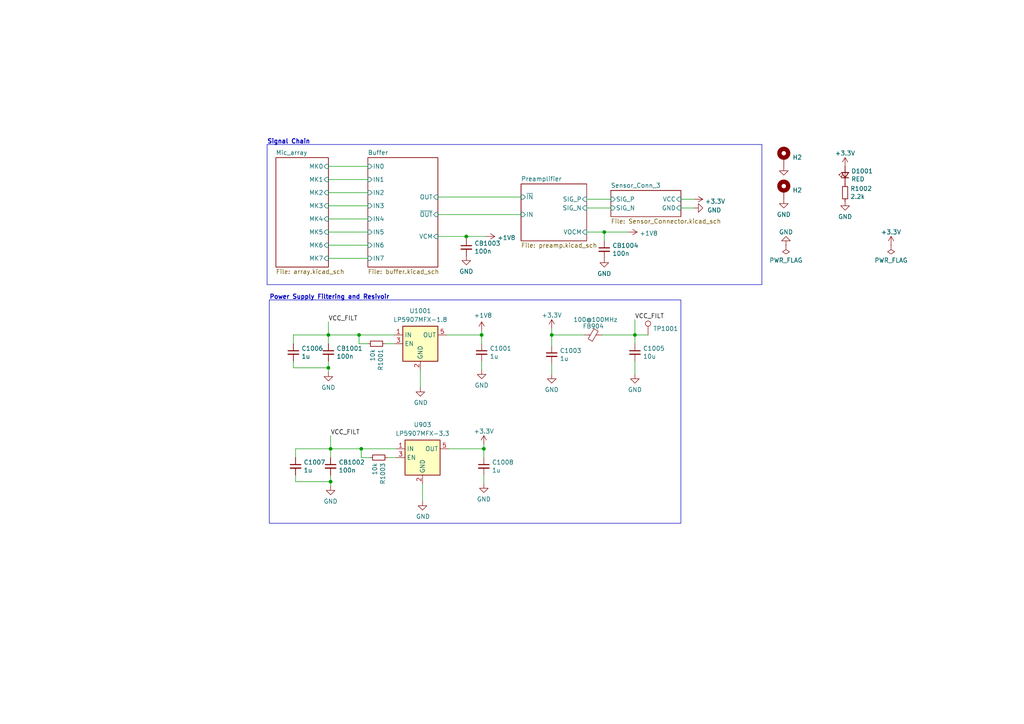
<source format=kicad_sch>
(kicad_sch (version 20230121) (generator eeschema)
  (paper "A4")
  (lib_symbols
    (symbol "Connector:TestPoint" (pin_numbers hide) (pin_names (offset 0.762) hide)
      (property "Reference" "TP" (at 0 6.858 0))
      (property "Value" "TestPoint" (at 0 5.08 0))
      (symbol "TestPoint_0_1"
        (circle (center 0 3.302) (radius 0.762))
      )
      (symbol "TestPoint_1_1"
        (pin passive line (at 0 0 90) (length 2.54) (name "1") (number "1"))
      )
    )
    (symbol "Device:C_Small" (pin_numbers hide) (pin_names (offset 0.254) hide)
      (property "Reference" "C" (at 0.254 1.778 0))
      (property "Value" "C_Small" (at 0.254 -2.032 0))
      (symbol "C_Small_0_1"
        (polyline (pts (xy -1.524 -0.508) (xy 1.524 -0.508)) (stroke (width 0.3302)))
        (polyline (pts (xy -1.524 0.508) (xy 1.524 0.508)) (stroke (width 0.3048)))
      )
      (symbol "C_Small_1_1"
        (pin passive line (at 0 2.54 270) (length 2.032) (name "~") (number "1"))
        (pin passive line (at 0 -2.54 90) (length 2.032) (name "~") (number "2"))
      )
    )
    (symbol "Device:FerriteBead_Small" (pin_numbers hide) (pin_names (offset 0))
      (property "Reference" "FB" (at 1.905 1.27 0))
      (property "Value" "FerriteBead_Small" (at 1.905 -1.27 0))
      (symbol "FerriteBead_Small_0_1"
        (polyline (pts (xy 0 -1.27) (xy 0 -0.7874)))
        (polyline (pts (xy 0 0.889) (xy 0 1.2954)))
        (polyline (pts (xy -1.8288 0.2794) (xy -1.1176 1.4986) (xy 1.8288 -0.2032) (xy 1.1176 -1.4224) (xy -1.8288 0.2794)))
      )
      (symbol "FerriteBead_Small_1_1"
        (pin passive line (at 0 2.54 270) (length 1.27) (name "~") (number "1"))
        (pin passive line (at 0 -2.54 90) (length 1.27) (name "~") (number "2"))
      )
    )
    (symbol "Device:LED_Small" (pin_numbers hide) (pin_names (offset 0.254) hide)
      (property "Reference" "D" (at -1.27 3.175 0))
      (property "Value" "LED_Small" (at -4.445 -2.54 0))
      (symbol "LED_Small_0_1"
        (polyline (pts (xy -0.762 -1.016) (xy -0.762 1.016)) (stroke (width 0.254)))
        (polyline (pts (xy 1.016 0) (xy -0.762 0)))
        (polyline (pts (xy 0.762 -1.016) (xy -0.762 0) (xy 0.762 1.016) (xy 0.762 -1.016)) (stroke (width 0.254)))
        (polyline (pts (xy 0 0.762) (xy -0.508 1.27) (xy -0.254 1.27) (xy -0.508 1.27) (xy -0.508 1.016)))
        (polyline (pts (xy 0.508 1.27) (xy 0 1.778) (xy 0.254 1.778) (xy 0 1.778) (xy 0 1.524)))
      )
      (symbol "LED_Small_1_1"
        (pin passive line (at -2.54 0 0) (length 1.778) (name "K") (number "1"))
        (pin passive line (at 2.54 0 180) (length 1.778) (name "A") (number "2"))
      )
    )
    (symbol "Device:R_Small" (pin_numbers hide) (pin_names (offset 0.254) hide)
      (property "Reference" "R" (at 0.762 0.508 0))
      (property "Value" "R_Small" (at 0.762 -1.016 0))
      (symbol "R_Small_0_1"
        (rectangle (start -0.762 1.778) (end 0.762 -1.778) (stroke (width 0.2032)))
      )
      (symbol "R_Small_1_1"
        (pin passive line (at 0 2.54 270) (length 0.762) (name "~") (number "1"))
        (pin passive line (at 0 -2.54 90) (length 0.762) (name "~") (number "2"))
      )
    )
    (symbol "Mechanical:MountingHole_Pad" (pin_numbers hide) (pin_names (offset 1.016) hide)
      (property "Reference" "H" (at 0 6.35 0))
      (property "Value" "MountingHole_Pad" (at 0 4.445 0))
      (symbol "MountingHole_Pad_0_1"
        (circle (center 0 1.27) (radius 1.27) (stroke (width 1.27)))
      )
      (symbol "MountingHole_Pad_1_1"
        (pin input line (at 0 -2.54 90) (length 2.54) (name "1") (number "1"))
      )
    )
    (symbol "Regulator_Linear:LP5907MFX-1.8"
      (property "Reference" "U" (at -3.81 6.35 0))
      (property "Value" "LP5907MFX-1.8" (at 6.35 6.35 0))
      (symbol "LP5907MFX-1.8_0_1"
        (rectangle (start -5.08 -5.08) (end 5.08 5.08) (stroke (width 0.254)) (fill (type background)))
        (pin power_in line (at -7.62 2.54 0) (length 2.54) (name "IN") (number "1"))
        (pin power_in line (at 0 -7.62 90) (length 2.54) (name "GND") (number "2"))
        (pin input line (at -7.62 0 0) (length 2.54) (name "EN") (number "3"))
        (pin no_connect line (at 5.08 0 180) (length 2.54) hide (name "NC") (number "4"))
        (pin power_out line (at 7.62 2.54 180) (length 2.54) (name "OUT") (number "5"))
      )
    )
    (symbol "Regulator_Linear:LP5907MFX-3.3"
      (property "Reference" "U" (at -3.81 6.35 0))
      (property "Value" "LP5907MFX-3.3" (at 6.35 6.35 0))
      (symbol "LP5907MFX-3.3_0_1"
        (rectangle (start -5.08 -5.08) (end 5.08 5.08) (stroke (width 0.254)) (fill (type background)))
        (pin power_in line (at -7.62 2.54 0) (length 2.54) (name "IN") (number "1"))
        (pin power_in line (at 0 -7.62 90) (length 2.54) (name "GND") (number "2"))
        (pin input line (at -7.62 0 0) (length 2.54) (name "EN") (number "3"))
        (pin no_connect line (at 5.08 0 180) (length 2.54) hide (name "NC") (number "4"))
        (pin power_out line (at 7.62 2.54 180) (length 2.54) (name "OUT") (number "5"))
      )
    )
    (symbol "grootvoet:+3.3V_SENSOR" (power) (pin_names (offset 0))
      (property "Value" "+3.3V_SENSOR" (at 0 3.556 0))
      (symbol "+3.3V_SENSOR_0_1"
        (polyline (pts (xy -0.762 1.27) (xy 0 2.54)))
        (polyline (pts (xy 0 0) (xy 0 2.54)))
        (polyline (pts (xy 0 2.54) (xy 0.762 1.27)))
      )
      (symbol "+3.3V_SENSOR_1_1"
        (pin power_in line (at 0 0 90) (length 0) hide (name "+3.3V") (number "1"))
      )
    )
    (symbol "grootvoet:GND_SENSOR" (power) (pin_names (offset 0))
      (property "Value" "GND_SENSOR" (at 0 -3.81 0))
      (symbol "GND_SENSOR_0_1"
        (polyline (pts (xy 0 0) (xy 0 -1.27) (xy 1.27 -1.27) (xy 0 -2.54) (xy -1.27 -1.27) (xy 0 -1.27)))
      )
      (symbol "GND_SENSOR_1_1"
        (pin power_in line (at 0 0 270) (length 0) hide (name "GND") (number "1"))
      )
    )
    (symbol "grootvoet:VCC_SENSOR" (power) (pin_names (offset 0))
      (property "Value" "VCC_SENSOR" (at 0 3.556 0))
      (symbol "VCC_SENSOR_0_1"
        (polyline (pts (xy -0.762 1.27) (xy 0 2.54)))
        (polyline (pts (xy 0 0) (xy 0 2.54)))
        (polyline (pts (xy 0 2.54) (xy 0.762 1.27)))
      )
      (symbol "VCC_SENSOR_1_1"
        (pin power_in line (at 0 0 90) (length 0) hide (name "+3.3V") (number "1"))
      )
    )
    (symbol "power:+1V8" (power) (pin_names (offset 0))
      (property "Value" "+1V8" (at 0 3.556 0))
      (symbol "+1V8_0_1"
        (polyline (pts (xy -0.762 1.27) (xy 0 2.54)))
        (polyline (pts (xy 0 0) (xy 0 2.54)))
        (polyline (pts (xy 0 2.54) (xy 0.762 1.27)))
      )
      (symbol "+1V8_1_1"
        (pin power_in line (at 0 0 90) (length 0) hide (name "+1V8") (number "1"))
      )
    )
    (symbol "power:GND" (power) (pin_names (offset 0))
      (property "Value" "GND" (at 0 -3.81 0))
      (symbol "GND_0_1"
        (polyline (pts (xy 0 0) (xy 0 -1.27) (xy 1.27 -1.27) (xy 0 -2.54) (xy -1.27 -1.27) (xy 0 -1.27)))
      )
      (symbol "GND_1_1"
        (pin power_in line (at 0 0 270) (length 0) hide (name "GND") (number "1"))
      )
    )
    (symbol "power:PWR_FLAG" (power) (pin_numbers hide) (pin_names (offset 0) hide)
      (property "Value" "PWR_FLAG" (at 0 3.81 0))
      (symbol "PWR_FLAG_0_0"
        (pin power_out line (at 0 0 90) (length 0) (name "pwr") (number "1"))
      )
      (symbol "PWR_FLAG_0_1"
        (polyline (pts (xy 0 0) (xy 0 1.27) (xy -1.016 1.905) (xy 0 2.54) (xy 1.016 1.905) (xy 0 1.27)))
      )
    )
  )
  (junction (at 95.25 97.155))
  (junction (at 95.885 139.7))
  (junction (at 140.335 130.175))
  (junction (at 184.15 97.155))
  (junction (at 175.26 67.31))
  (junction (at 95.885 130.175))
  (junction (at 104.14 97.155))
  (junction (at 135.255 68.58))
  (junction (at 160.02 97.155))
  (junction (at 95.25 106.68))
  (junction (at 104.775 130.175))
  (junction (at 139.7 97.155))
  (wire (pts (xy 135.255 69.215) (xy 135.255 68.58)))
  (wire (pts (xy 174.625 97.155) (xy 184.15 97.155)))
  (wire (pts (xy 95.25 67.31) (xy 106.68 67.31)))
  (wire (pts (xy 127 68.58) (xy 135.255 68.58)))
  (wire (pts (xy 95.25 59.69) (xy 106.68 59.69)))
  (wire (pts (xy 104.775 130.175) (xy 114.935 130.175)))
  (wire (pts (xy 104.775 132.715) (xy 104.775 130.175)))
  (wire (pts (xy 139.7 99.695) (xy 139.7 97.155)))
  (wire (pts (xy 95.25 52.07) (xy 106.68 52.07)))
  (wire (pts (xy 197.485 57.785) (xy 201.295 57.785)))
  (wire (pts (xy 140.335 128.905) (xy 140.335 130.175)))
  (wire (pts (xy 106.68 63.5) (xy 95.25 63.5)))
  (wire (pts (xy 140.335 140.335) (xy 140.335 137.795)))
  (wire (pts (xy 184.15 104.775) (xy 184.15 108.585)))
  (wire (pts (xy 85.09 99.695) (xy 85.09 97.155)))
  (wire (pts (xy 95.25 74.93) (xy 106.68 74.93)))
  (wire (pts (xy 95.25 93.345) (xy 95.25 97.155)))
  (wire (pts (xy 104.14 97.155) (xy 114.3 97.155)))
  (wire (pts (xy 85.725 130.175) (xy 95.885 130.175)))
  (wire (pts (xy 95.885 130.175) (xy 104.775 130.175)))
  (wire (pts (xy 95.25 99.695) (xy 95.25 97.155)))
  (wire (pts (xy 95.25 97.155) (xy 104.14 97.155)))
  (wire (pts (xy 85.09 104.775) (xy 85.09 106.68)))
  (wire (pts (xy 112.395 132.715) (xy 114.935 132.715)))
  (wire (pts (xy 140.335 132.715) (xy 140.335 130.175)))
  (wire (pts (xy 127 57.15) (xy 151.13 57.15)))
  (wire (pts (xy 170.18 60.325) (xy 177.165 60.325)))
  (wire (pts (xy 122.555 140.335) (xy 122.555 145.415)))
  (wire (pts (xy 95.885 126.365) (xy 95.885 130.175)))
  (wire (pts (xy 106.68 99.695) (xy 104.14 99.695)))
  (wire (pts (xy 184.15 97.155) (xy 187.96 97.155)))
  (wire (pts (xy 104.14 99.695) (xy 104.14 97.155)))
  (wire (pts (xy 170.18 57.785) (xy 177.165 57.785)))
  (wire (pts (xy 130.175 130.175) (xy 140.335 130.175)))
  (wire (pts (xy 85.09 97.155) (xy 95.25 97.155)))
  (wire (pts (xy 85.725 132.715) (xy 85.725 130.175)))
  (wire (pts (xy 129.54 97.155) (xy 139.7 97.155)))
  (wire (pts (xy 127 62.23) (xy 151.13 62.23)))
  (wire (pts (xy 111.76 99.695) (xy 114.3 99.695)))
  (wire (pts (xy 160.02 95.25) (xy 160.02 97.155)))
  (wire (pts (xy 85.725 139.7) (xy 95.885 139.7)))
  (wire (pts (xy 95.885 132.715) (xy 95.885 130.175)))
  (wire (pts (xy 184.15 92.71) (xy 184.15 97.155)))
  (wire (pts (xy 184.15 97.155) (xy 184.15 99.695)))
  (wire (pts (xy 107.315 132.715) (xy 104.775 132.715)))
  (polyline (pts (xy 220.98 41.91) (xy 77.47 41.91)) (stroke (width 0) (type solid)))
  (wire (pts (xy 135.255 68.58) (xy 140.97 68.58)))
  (wire (pts (xy 139.7 107.315) (xy 139.7 104.775)))
  (wire (pts (xy 85.725 137.795) (xy 85.725 139.7)))
  (wire (pts (xy 85.09 106.68) (xy 95.25 106.68)))
  (polyline (pts (xy 77.47 41.91) (xy 77.47 82.55)) (stroke (width 0) (type solid)))
  (wire (pts (xy 106.68 71.12) (xy 95.25 71.12)))
  (wire (pts (xy 95.25 104.775) (xy 95.25 106.68)))
  (wire (pts (xy 170.18 67.31) (xy 175.26 67.31)))
  (wire (pts (xy 175.26 67.31) (xy 182.245 67.31)))
  (wire (pts (xy 160.02 97.155) (xy 169.545 97.155)))
  (wire (pts (xy 106.68 55.88) (xy 95.25 55.88)))
  (wire (pts (xy 121.92 107.315) (xy 121.92 112.395)))
  (wire (pts (xy 106.68 48.26) (xy 95.25 48.26)))
  (wire (pts (xy 160.02 105.41) (xy 160.02 108.585)))
  (polyline (pts (xy 220.98 41.91) (xy 220.98 82.55)) (stroke (width 0) (type solid)))
  (polyline (pts (xy 77.47 82.55) (xy 220.98 82.55)) (stroke (width 0) (type solid)))
  (wire (pts (xy 175.26 69.85) (xy 175.26 67.31)))
  (wire (pts (xy 160.02 97.155) (xy 160.02 100.33)))
  (wire (pts (xy 95.885 137.795) (xy 95.885 139.7)))
  (wire (pts (xy 197.485 60.325) (xy 201.295 60.325)))
  (wire (pts (xy 95.885 139.7) (xy 95.885 140.97)))
  (wire (pts (xy 95.25 106.68) (xy 95.25 107.95)))
  (wire (pts (xy 139.7 95.885) (xy 139.7 97.155)))
  (rectangle (start 78.105 86.995) (end 197.485 151.765))
  (text "Power Supply Filtering and Resivoir" (at 78.105 86.995 0) (effects (font (size 1.27 1.27) (thickness 0.254) bold) (justify left bottom)))
  (text "Signal Chain" (at 77.47 41.91 0) (effects (font (size 1.27 1.27) (thickness 0.254) bold) (justify left bottom)))
  (label "VCC_FILT" (at 95.25 93.345 0))
  (label "VCC_FILT" (at 95.885 126.365 0))
  (label "VCC_FILT" (at 184.15 92.71 0))
  (symbol (lib_id "Device:LED_Small") (at 245.11 50.8 90) (unit 1)
    (property "Reference" "D1001" (at 246.888 49.6316 90) (effects (justify right)))
    (property "Value" "RED" (at 246.888 51.943 90) (effects (justify right)))
    (property "Footprint" "LED_SMD:LED_0603_1608Metric" (effects hide))
    (property "MPN" "SML-D12U8WT86C" (effects hide))
    (property "Mfr." "ROHM Semiconductor" (effects hide))
    (instances (project "kleinvoet" (path "" (reference "D1001") (unit 1))) (project "Sensor_Board" (path "" (reference "D1") (unit 1))))
  )
  (symbol (lib_id "Device:R_Small") (at 245.11 55.88 0) (unit 1)
    (property "Reference" "R1002" (at 246.6086 54.7116 0) (effects (justify left)))
    (property "Value" "2.2k" (at 246.6086 57.023 0) (effects (justify left)))
    (property "Footprint" "Resistor_SMD:R_0402_1005Metric" (effects hide))
    (property "MPN" "RT0402FRE072K2L" (effects hide))
    (property "Mfr." "Yageo" (effects hide))
    (instances (project "kleinvoet" (path "" (reference "R1002") (unit 1))) (project "Sensor_Board" (path "" (reference "R21") (unit 1))))
  )
  (symbol (lib_id "Connector:TestPoint") (at 187.96 97.155 0) (unit 1)
    (property "Reference" "TP1001" (at 189.4332 95.3262 0) (effects (justify left)))
    (property "Value" "TestPoint" (effects hide))
    (property "Footprint" "TestPoint:TestPoint_Pad_D1.0mm" (effects hide))
    (property "Mfr." "TDK InvenSense" (effects hide))
    (property "MPN" "ICS-40300" (effects hide))
    (instances (project "kleinvoet" (path "" (reference "TP1001") (unit 1))) (project "Sensor_Board" (path "" (reference "TP1") (unit 1))))
  )
  (symbol (lib_id "Device:R_Small") (at 109.22 99.695 270) (unit 1)
    (property "Reference" "R1001" (at 110.3884 101.1936 0) (effects (justify left)))
    (property "Value" "10k" (at 108.077 101.1936 0) (effects (justify left)))
    (property "Footprint" "Resistor_SMD:R_0402_1005Metric" (effects hide))
    (property "MPN" "RT0402FRE1310KL" (effects hide))
    (property "Mfr." "Yageo" (effects hide))
    (instances (project "kleinvoet" (path "" (reference "R1001") (unit 1))) (project "Sensor_Board" (path "" (reference "R1") (unit 1))))
  )
  (symbol (lib_id "Device:C_Small") (at 184.15 102.235 0) (unit 1)
    (property "Reference" "C1005" (at 186.4868 101.0666 0) (effects (justify left)))
    (property "Value" "10u" (at 186.4868 103.378 0) (effects (justify left)))
    (property "Footprint" "Capacitor_SMD:C_0805_2012Metric_Pad1.18x1.45mm_HandSolder" (effects hide))
    (property "MPN" "C0805C106K9PACTU" (effects hide))
    (property "Mfr." "KEMET" (effects hide))
    (instances (project "kleinvoet" (path "" (reference "C1005") (unit 1))) (project "Sensor_Board" (path "" (reference "C2") (unit 1))))
  )
  (symbol (lib_id "power:PWR_FLAG") (at 258.445 71.12 180) (unit 1)
    (property "Reference" "#FLG01002" (effects hide))
    (property "Value" "PWR_FLAG" (at 258.445 75.5142 0))
    (instances (project "kleinvoet" (path "" (reference "#FLG01002") (unit 1))) (project "Sensor_Board" (path "" (reference "#FLG02") (unit 1))))
  )
  (symbol (lib_id "Device:C_Small") (at 139.7 102.235 0) (unit 1)
    (property "Reference" "C1001" (at 142.0368 101.0666 0) (effects (justify left)))
    (property "Value" "1u" (at 142.0368 103.378 0) (effects (justify left)))
    (property "Footprint" "Capacitor_SMD:C_0603_1608Metric_Pad1.08x0.95mm_HandSolder" (effects hide))
    (property "MPN" "C0603C105K8RACTU" (effects hide))
    (property "Mfr." "KEMET" (effects hide))
    (instances (project "kleinvoet" (path "" (reference "C1001") (unit 1))) (project "Sensor_Board" (path "" (reference "C1") (unit 1))))
  )
  (symbol (lib_id "power:GND") (at 121.92 112.395 0) (unit 1)
    (property "Reference" "#PWR01004" (effects hide))
    (property "Value" "GND" (at 122.047 116.7892 0))
    (instances (project "kleinvoet" (path "" (reference "#PWR01004") (unit 1))) (project "Sensor_Board" (path "" (reference "#PWR05") (unit 1))))
  )
  (symbol (lib_id "Device:C_Small") (at 95.25 102.235 0) (unit 1)
    (property "Reference" "CB1001" (at 97.5868 101.0666 0) (effects (justify left)))
    (property "Value" "100n" (at 97.5868 103.378 0) (effects (justify left)))
    (property "Footprint" "Capacitor_SMD:C_0402_1005Metric" (effects hide))
    (property "MPN" "C0402C104K8PACTU" (effects hide))
    (property "Mfr." "KEMET" (effects hide))
    (instances (project "kleinvoet" (path "" (reference "CB1001") (unit 1))) (project "Sensor_Board" (path "" (reference "CB?") (unit 1)) (path "" (reference "CB1") (unit 1))))
  )
  (symbol (lib_id "power:+1V8") (at 139.7 95.885 0) (unit 1)
    (property "Reference" "#PWR01005" (effects hide))
    (property "Value" "+1V8" (at 140.081 91.4908 0))
    (instances (project "kleinvoet" (path "" (reference "#PWR01005") (unit 1))) (project "Sensor_Board" (path "" (reference "#PWR06") (unit 1))))
  )
  (symbol (lib_id "power:+1V8") (at 182.245 67.31 270) (unit 1)
    (property "Reference" "#PWR01012" (effects hide))
    (property "Value" "+1V8" (at 185.4962 67.691 90) (effects (justify left)))
    (instances (project "kleinvoet" (path "" (reference "#PWR01012") (unit 1))) (project "Sensor_Board" (path "" (reference "#PWR018") (unit 1))))
  )
  (symbol (lib_id "power:PWR_FLAG") (at 227.965 71.12 180) (unit 1)
    (property "Reference" "#FLG01001" (effects hide))
    (property "Value" "PWR_FLAG" (at 227.965 75.5142 0))
    (instances (project "kleinvoet" (path "" (reference "#FLG01001") (unit 1))) (project "Sensor_Board" (path "" (reference "#FLG0101") (unit 1))))
  )
  (symbol (lib_id "grootvoet:GND_SENSOR") (at 227.33 57.785 0) (unit 1)
    (property "Reference" "#PWR01018" (effects hide))
    (property "Value" "GND_SENSOR" (at 227.33 62.23 0))
  )
  (symbol (lib_id "grootvoet:GND_SENSOR") (at 160.02 108.585 0) (unit 1)
    (property "Reference" "#PWR01010" (effects hide))
    (property "Value" "GND_SENSOR" (at 160.02 113.03 0))
  )
  (symbol (lib_id "Device:C_Small") (at 85.09 102.235 0) (unit 1)
    (property "Reference" "C1006" (at 87.4268 101.0666 0) (effects (justify left)))
    (property "Value" "1u" (at 87.4268 103.378 0) (effects (justify left)))
    (property "Footprint" "Capacitor_SMD:C_0603_1608Metric_Pad1.08x0.95mm_HandSolder" (effects hide))
    (property "MPN" "C0603C105K8RACTU" (effects hide))
    (property "Mfr." "KEMET" (effects hide))
    (instances (project "kleinvoet" (path "" (reference "C1006") (unit 1))) (project "Sensor_Board" (path "" (reference "C1") (unit 1))))
  )
  (symbol (lib_id "Device:C_Small") (at 135.255 71.755 0) (unit 1)
    (property "Reference" "CB1003" (at 137.5918 70.5866 0) (effects (justify left)))
    (property "Value" "100n" (at 137.5918 72.898 0) (effects (justify left)))
    (property "Footprint" "Capacitor_SMD:C_0402_1005Metric" (effects hide))
    (property "MPN" "C0402C104K8PACTU" (effects hide))
    (property "Mfr." "KEMET" (effects hide))
    (instances (project "kleinvoet" (path "" (reference "CB1003") (unit 1))) (project "Sensor_Board" (path "" (reference "CB?") (unit 1)) (path "" (reference "CB1") (unit 1))))
  )
  (symbol (lib_id "grootvoet:GND_SENSOR") (at 95.25 107.95 0) (unit 1)
    (property "Reference" "#PWR01002" (effects hide))
    (property "Value" "GND_SENSOR" (at 95.25 112.395 0))
  )
  (symbol (lib_id "grootvoet:VCC_SENSOR") (at 245.11 48.26 0) (unit 1)
    (property "Reference" "#PWR01020" (effects hide))
    (property "Value" "VCC_SENSOR" (at 245.11 44.45 0))
  )
  (symbol (lib_id "grootvoet:GND_SENSOR") (at 184.15 108.585 0) (unit 1)
    (property "Reference" "#PWR01014" (effects hide))
    (property "Value" "GND_SENSOR" (at 184.15 113.03 0))
  )
  (symbol (lib_id "grootvoet:GND_SENSOR") (at 139.7 107.315 0) (unit 1)
    (property "Reference" "#PWR01006" (effects hide))
    (property "Value" "GND_SENSOR" (at 139.7 111.76 0))
  )
  (symbol (lib_id "grootvoet:+3.3V_SENSOR") (at 140.335 128.905 0) (unit 1)
    (property "Reference" "#PWR01013" (effects hide))
    (property "Value" "+3.3V_SENSOR" (at 140.335 125.095 0))
  )
  (symbol (lib_id "power:GND") (at 122.555 145.415 0) (unit 1)
    (property "Reference" "#PWR01003" (effects hide))
    (property "Value" "GND" (at 122.682 149.8092 0))
    (instances (project "kleinvoet" (path "" (reference "#PWR01003") (unit 1))) (project "Sensor_Board" (path "" (reference "#PWR05") (unit 1))))
  )
  (symbol (lib_id "grootvoet:GND_SENSOR") (at 140.335 140.335 0) (unit 1)
    (property "Reference" "#PWR01024" (effects hide))
    (property "Value" "GND_SENSOR" (at 140.335 144.78 0))
  )
  (symbol (lib_id "grootvoet:GND_SENSOR") (at 245.11 58.42 0) (unit 1)
    (property "Reference" "#PWR01021" (effects hide))
    (property "Value" "GND_SENSOR" (at 245.11 62.865 0))
  )
  (symbol (lib_id "grootvoet:GND_SENSOR") (at 95.885 140.97 0) (unit 1)
    (property "Reference" "#PWR01001" (effects hide))
    (property "Value" "GND_SENSOR" (at 95.885 145.415 0))
  )
  (symbol (lib_id "grootvoet:VCC_SENSOR") (at 160.02 95.25 0) (unit 1)
    (property "Reference" "#PWR01009" (effects hide))
    (property "Value" "VCC_SENSOR" (at 160.02 91.44 0))
  )
  (symbol (lib_id "Regulator_Linear:LP5907MFX-3.3") (at 122.555 132.715 0) (unit 1)
    (property "Reference" "U903" (at 122.555 123.19 0))
    (property "Value" "LP5907MFX-3.3" (at 122.555 125.73 0))
    (property "Footprint" "Package_TO_SOT_SMD:SOT-23-5" (effects hide))
    (property "Datasheet" "http://www.ti.com/lit/ds/symlink/lp5907.pdf" (effects hide))
    (instances (project "kleinvoet" (path "" (reference "U903") (unit 1)) (path "" (reference "U1002") (unit 1))))
  )
  (symbol (lib_id "power:+1V8") (at 140.97 68.58 270) (unit 1)
    (property "Reference" "#PWR01008" (effects hide))
    (property "Value" "+1V8" (at 144.2212 68.961 90) (effects (justify left)))
    (instances (project "kleinvoet" (path "" (reference "#PWR01008") (unit 1))) (project "Sensor_Board" (path "" (reference "#PWR018") (unit 1))))
  )
  (symbol (lib_id "Device:C_Small") (at 85.725 135.255 0) (unit 1)
    (property "Reference" "C1007" (at 88.0618 134.0866 0) (effects (justify left)))
    (property "Value" "1u" (at 88.0618 136.398 0) (effects (justify left)))
    (property "Footprint" "Capacitor_SMD:C_0603_1608Metric_Pad1.08x0.95mm_HandSolder" (effects hide))
    (property "MPN" "C0603C105K8RACTU" (effects hide))
    (property "Mfr." "KEMET" (effects hide))
    (instances (project "kleinvoet" (path "" (reference "C1007") (unit 1))) (project "Sensor_Board" (path "" (reference "C1") (unit 1))))
  )
  (symbol (lib_id "grootvoet:GND_SENSOR") (at 135.255 74.295 0) (unit 1)
    (property "Reference" "#PWR01007" (effects hide))
    (property "Value" "GND_SENSOR" (at 135.255 78.74 0))
  )
  (symbol (lib_id "Device:C_Small") (at 175.26 72.39 0) (unit 1)
    (property "Reference" "CB1004" (at 177.5968 71.2216 0) (effects (justify left)))
    (property "Value" "100n" (at 177.5968 73.533 0) (effects (justify left)))
    (property "Footprint" "Capacitor_SMD:C_0402_1005Metric" (effects hide))
    (property "MPN" "C0402C104K8PACTU" (effects hide))
    (property "Mfr." "KEMET" (effects hide))
    (instances (project "kleinvoet" (path "" (reference "CB1004") (unit 1))) (project "Sensor_Board" (path "" (reference "CB?") (unit 1)) (path "" (reference "CB1") (unit 1))))
  )
  (symbol (lib_id "grootvoet:GND_SENSOR") (at 175.26 74.93 0) (unit 1)
    (property "Reference" "#PWR01011" (effects hide))
    (property "Value" "GND_SENSOR" (at 175.26 79.375 0))
  )
  (symbol (lib_id "grootvoet:VCC_SENSOR") (at 201.295 57.785 270) (unit 1)
    (property "Reference" "#PWR01015" (effects hide))
    (property "Value" "VCC_SENSOR" (at 204.47 58.42 90) (effects (justify left)))
  )
  (symbol (lib_id "Device:R_Small") (at 109.855 132.715 270) (unit 1)
    (property "Reference" "R1003" (at 111.0234 134.2136 0) (effects (justify left)))
    (property "Value" "10k" (at 108.712 134.2136 0) (effects (justify left)))
    (property "Footprint" "Resistor_SMD:R_0402_1005Metric" (effects hide))
    (property "MPN" "RT0402FRE1310KL" (effects hide))
    (property "Mfr." "Yageo" (effects hide))
    (instances (project "kleinvoet" (path "" (reference "R1003") (unit 1))) (project "Sensor_Board" (path "" (reference "R1") (unit 1))))
  )
  (symbol (lib_id "Mechanical:MountingHole_Pad") (at 227.33 45.72 0) (unit 1)
    (property "Reference" "H2" (at 229.87 45.6438 0) (effects (justify left)))
    (property "Value" "MountingHole_Pad" (effects hide))
    (property "Footprint" "MountingHole:MountingHole_3.2mm_M3_Pad_Via" (effects hide))
    (instances (project "kleinvoet" (path "" (reference "H2") (unit 1)) (path "" (reference "H1001") (unit 1))))
  )
  (symbol (lib_id "grootvoet:GND_SENSOR") (at 201.295 60.325 90) (unit 1)
    (property "Reference" "#PWR01016" (effects hide))
    (property "Value" "GND_SENSOR" (at 205.105 60.96 90) (effects (justify right)))
  )
  (symbol (lib_id "Regulator_Linear:LP5907MFX-1.8") (at 121.92 99.695 0) (unit 1)
    (property "Reference" "U1001" (at 121.92 90.17 0))
    (property "Value" "LP5907MFX-1.8" (at 121.92 92.71 0))
    (property "Footprint" "Package_TO_SOT_SMD:SOT-23-5" (effects hide))
    (property "Datasheet" "http://www.ti.com/lit/ds/symlink/lp5907.pdf" (effects hide))
  )
  (symbol (lib_id "Mechanical:MountingHole_Pad") (at 227.33 55.245 0) (unit 1)
    (property "Reference" "H2" (at 229.87 55.1688 0) (effects (justify left)))
    (property "Value" "MountingHole_Pad" (effects hide))
    (property "Footprint" "MountingHole:MountingHole_3.2mm_M3_Pad_Via" (effects hide))
    (instances (project "kleinvoet" (path "" (reference "H2") (unit 1)) (path "" (reference "H1002") (unit 1))))
  )
  (symbol (lib_id "Device:C_Small") (at 140.335 135.255 0) (unit 1)
    (property "Reference" "C1008" (at 142.6718 134.0866 0) (effects (justify left)))
    (property "Value" "1u" (at 142.6718 136.398 0) (effects (justify left)))
    (property "Footprint" "Capacitor_SMD:C_0603_1608Metric_Pad1.08x0.95mm_HandSolder" (effects hide))
    (property "MPN" "C0603C105K8RACTU" (effects hide))
    (property "Mfr." "KEMET" (effects hide))
    (instances (project "kleinvoet" (path "" (reference "C1008") (unit 1))) (project "Sensor_Board" (path "" (reference "C1") (unit 1))))
  )
  (symbol (lib_id "Device:C_Small") (at 95.885 135.255 0) (unit 1)
    (property "Reference" "CB1002" (at 98.2218 134.0866 0) (effects (justify left)))
    (property "Value" "100n" (at 98.2218 136.398 0) (effects (justify left)))
    (property "Footprint" "Capacitor_SMD:C_0402_1005Metric" (effects hide))
    (property "MPN" "C0402C104K8PACTU" (effects hide))
    (property "Mfr." "KEMET" (effects hide))
    (instances (project "kleinvoet" (path "" (reference "CB1002") (unit 1))) (project "Sensor_Board" (path "" (reference "CB?") (unit 1)) (path "" (reference "CB1") (unit 1))))
  )
  (symbol (lib_id "grootvoet:GND_SENSOR") (at 227.33 48.26 0) (unit 1)
    (property "Reference" "#PWR01017" (effects hide))
    (property "Value" "GND_SENSOR" (effects hide))
  )
  (symbol (lib_id "grootvoet:GND_SENSOR") (at 227.965 71.12 180) (unit 1)
    (property "Reference" "#PWR01019" (effects hide))
    (property "Value" "GND_SENSOR" (at 227.965 67.31 0))
  )
  (symbol (lib_id "Device:C_Small") (at 160.02 102.87 0) (unit 1)
    (property "Reference" "C1003" (at 162.3568 101.7016 0) (effects (justify left)))
    (property "Value" "1u" (at 162.3568 104.013 0) (effects (justify left)))
    (property "Footprint" "Capacitor_SMD:C_0603_1608Metric_Pad1.08x0.95mm_HandSolder" (effects hide))
    (property "MPN" "C0603C105K8RACTU" (effects hide))
    (property "Mfr." "KEMET" (effects hide))
    (instances (project "kleinvoet" (path "" (reference "C1003") (unit 1))) (project "Sensor_Board" (path "" (reference "C1") (unit 1))))
  )
  (symbol (lib_id "Device:FerriteBead_Small") (at 172.085 97.155 90) (unit 1)
    (property "Reference" "FB904" (at 172.085 94.615 90))
    (property "Value" "100@100MHz" (at 172.72 92.71 90))
    (property "Footprint" "Inductor_SMD:L_0603_1608Metric_Pad1.05x0.95mm_HandSolder" (effects hide))
    (property "MPN" "BLM18KG101TZ1D" (effects hide))
    (property "Mfr." "Murata" (effects hide))
    (instances (project "kleinvoet" (path "" (reference "FB904") (unit 1)) (path "" (reference "FB1001") (unit 1))))
  )
  (symbol (lib_id "grootvoet:VCC_SENSOR") (at 258.445 71.12 0) (unit 1)
    (property "Reference" "#PWR01022" (effects hide))
    (property "Value" "VCC_SENSOR" (at 258.445 67.31 0))
  )
  (sheet (at 106.68 45.72) (size 20.32 31.75)
    (property "Sheetname" "Buffer" (at 106.68 45.0084 0) (effects (justify left bottom)))
    (property "Sheetfile" "buffer.kicad_sch" (at 106.68 78.0546 0) (effects (justify left top)))
    (pin "IN0" input (at 106.68 48.26 180))
    (pin "IN1" input (at 106.68 52.07 180))
    (pin "IN2" input (at 106.68 55.88 180))
    (pin "IN3" input (at 106.68 59.69 180))
    (pin "IN4" input (at 106.68 63.5 180))
    (pin "IN5" input (at 106.68 67.31 180))
    (pin "IN6" input (at 106.68 71.12 180))
    (pin "IN7" input (at 106.68 74.93 180))
    (pin "~{OUT}" input (at 127 62.23 0))
    (pin "OUT" input (at 127 57.15 0))
    (pin "VCM" input (at 127 68.58 0))
  )
  (sheet (at 151.13 53.34) (size 19.05 16.51)
    (property "Sheetname" "Preamplifier" (at 151.13 52.6284 0) (effects (justify left bottom)))
    (property "Sheetfile" "preamp.kicad_sch" (at 151.13 70.4346 0) (effects (justify left top)))
    (pin "SIG_P" input (at 170.18 57.785 0))
    (pin "SIG_N" input (at 170.18 60.325 0))
    (pin "~{IN}" input (at 151.13 57.15 180))
    (pin "IN" input (at 151.13 62.23 180))
    (pin "VOCM" input (at 170.18 67.31 0))
  )
  (sheet (at 80.01 45.72) (size 15.24 31.75)
    (property "Sheetname" "Mic_array" (at 80.01 45.0084 0) (effects (justify left bottom)))
    (property "Sheetfile" "array.kicad_sch" (at 80.01 78.0546 0) (effects (justify left top)))
    (pin "MK0" input (at 95.25 48.26 0))
    (pin "MK1" input (at 95.25 52.07 0))
    (pin "MK2" input (at 95.25 55.88 0))
    (pin "MK3" input (at 95.25 59.69 0))
    (pin "MK7" input (at 95.25 74.93 0))
    (pin "MK6" input (at 95.25 71.12 0))
    (pin "MK5" input (at 95.25 67.31 0))
    (pin "MK4" input (at 95.25 63.5 0))
  )
  (sheet (at 177.165 55.245) (size 20.32 7.62)
    (property "Sheetname" "Sensor_Conn_3" (at 177.165 54.5334 0) (effects (justify left bottom)))
    (property "Sheetfile" "Sensor_Connector.kicad_sch" (at 177.165 63.4496 0) (effects (justify left top)))
    (pin "SIG_P" input (at 177.165 57.785 180))
    (pin "SIG_N" input (at 177.165 60.325 180))
    (pin "GND" input (at 197.485 60.325 0))
    (pin "VCC" input (at 197.485 57.785 0))
  )
)
</source>
